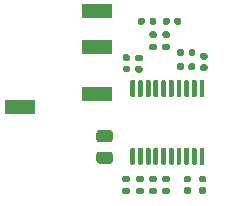
<source format=gbr>
%TF.GenerationSoftware,KiCad,Pcbnew,(5.1.8)-1*%
%TF.CreationDate,2021-11-13T21:13:11+08:00*%
%TF.ProjectId,pcm5102a,70636d35-3130-4326-912e-6b696361645f,rev?*%
%TF.SameCoordinates,Original*%
%TF.FileFunction,Paste,Top*%
%TF.FilePolarity,Positive*%
%FSLAX46Y46*%
G04 Gerber Fmt 4.6, Leading zero omitted, Abs format (unit mm)*
G04 Created by KiCad (PCBNEW (5.1.8)-1) date 2021-11-13 21:13:11*
%MOMM*%
%LPD*%
G01*
G04 APERTURE LIST*
%ADD10R,2.500000X1.200000*%
G04 APERTURE END LIST*
%TO.C,R7*%
G36*
G01*
X124785000Y-97660000D02*
X124415000Y-97660000D01*
G75*
G02*
X124280000Y-97525000I0J135000D01*
G01*
X124280000Y-97255000D01*
G75*
G02*
X124415000Y-97120000I135000J0D01*
G01*
X124785000Y-97120000D01*
G75*
G02*
X124920000Y-97255000I0J-135000D01*
G01*
X124920000Y-97525000D01*
G75*
G02*
X124785000Y-97660000I-135000J0D01*
G01*
G37*
G36*
G01*
X124785000Y-98680000D02*
X124415000Y-98680000D01*
G75*
G02*
X124280000Y-98545000I0J135000D01*
G01*
X124280000Y-98275000D01*
G75*
G02*
X124415000Y-98140000I135000J0D01*
G01*
X124785000Y-98140000D01*
G75*
G02*
X124920000Y-98275000I0J-135000D01*
G01*
X124920000Y-98545000D01*
G75*
G02*
X124785000Y-98680000I-135000J0D01*
G01*
G37*
%TD*%
%TO.C,R6*%
G36*
G01*
X123250002Y-94300000D02*
X122349998Y-94300000D01*
G75*
G02*
X122100000Y-94050002I0J249998D01*
G01*
X122100000Y-93524998D01*
G75*
G02*
X122349998Y-93275000I249998J0D01*
G01*
X123250002Y-93275000D01*
G75*
G02*
X123500000Y-93524998I0J-249998D01*
G01*
X123500000Y-94050002D01*
G75*
G02*
X123250002Y-94300000I-249998J0D01*
G01*
G37*
G36*
G01*
X123250002Y-96125000D02*
X122349998Y-96125000D01*
G75*
G02*
X122100000Y-95875002I0J249998D01*
G01*
X122100000Y-95349998D01*
G75*
G02*
X122349998Y-95100000I249998J0D01*
G01*
X123250002Y-95100000D01*
G75*
G02*
X123500000Y-95349998I0J-249998D01*
G01*
X123500000Y-95875002D01*
G75*
G02*
X123250002Y-96125000I-249998J0D01*
G01*
G37*
%TD*%
D10*
%TO.C,J1*%
X122150000Y-83225000D03*
X122150000Y-86225000D03*
X122150000Y-90225000D03*
X115650000Y-91325000D03*
%TD*%
%TO.C,U1*%
G36*
G01*
X130935000Y-94745000D02*
X131135000Y-94745000D01*
G75*
G02*
X131235000Y-94845000I0J-100000D01*
G01*
X131235000Y-96120000D01*
G75*
G02*
X131135000Y-96220000I-100000J0D01*
G01*
X130935000Y-96220000D01*
G75*
G02*
X130835000Y-96120000I0J100000D01*
G01*
X130835000Y-94845000D01*
G75*
G02*
X130935000Y-94745000I100000J0D01*
G01*
G37*
G36*
G01*
X130285000Y-94745000D02*
X130485000Y-94745000D01*
G75*
G02*
X130585000Y-94845000I0J-100000D01*
G01*
X130585000Y-96120000D01*
G75*
G02*
X130485000Y-96220000I-100000J0D01*
G01*
X130285000Y-96220000D01*
G75*
G02*
X130185000Y-96120000I0J100000D01*
G01*
X130185000Y-94845000D01*
G75*
G02*
X130285000Y-94745000I100000J0D01*
G01*
G37*
G36*
G01*
X129635000Y-94745000D02*
X129835000Y-94745000D01*
G75*
G02*
X129935000Y-94845000I0J-100000D01*
G01*
X129935000Y-96120000D01*
G75*
G02*
X129835000Y-96220000I-100000J0D01*
G01*
X129635000Y-96220000D01*
G75*
G02*
X129535000Y-96120000I0J100000D01*
G01*
X129535000Y-94845000D01*
G75*
G02*
X129635000Y-94745000I100000J0D01*
G01*
G37*
G36*
G01*
X128985000Y-94745000D02*
X129185000Y-94745000D01*
G75*
G02*
X129285000Y-94845000I0J-100000D01*
G01*
X129285000Y-96120000D01*
G75*
G02*
X129185000Y-96220000I-100000J0D01*
G01*
X128985000Y-96220000D01*
G75*
G02*
X128885000Y-96120000I0J100000D01*
G01*
X128885000Y-94845000D01*
G75*
G02*
X128985000Y-94745000I100000J0D01*
G01*
G37*
G36*
G01*
X128335000Y-94745000D02*
X128535000Y-94745000D01*
G75*
G02*
X128635000Y-94845000I0J-100000D01*
G01*
X128635000Y-96120000D01*
G75*
G02*
X128535000Y-96220000I-100000J0D01*
G01*
X128335000Y-96220000D01*
G75*
G02*
X128235000Y-96120000I0J100000D01*
G01*
X128235000Y-94845000D01*
G75*
G02*
X128335000Y-94745000I100000J0D01*
G01*
G37*
G36*
G01*
X127685000Y-94745000D02*
X127885000Y-94745000D01*
G75*
G02*
X127985000Y-94845000I0J-100000D01*
G01*
X127985000Y-96120000D01*
G75*
G02*
X127885000Y-96220000I-100000J0D01*
G01*
X127685000Y-96220000D01*
G75*
G02*
X127585000Y-96120000I0J100000D01*
G01*
X127585000Y-94845000D01*
G75*
G02*
X127685000Y-94745000I100000J0D01*
G01*
G37*
G36*
G01*
X127035000Y-94745000D02*
X127235000Y-94745000D01*
G75*
G02*
X127335000Y-94845000I0J-100000D01*
G01*
X127335000Y-96120000D01*
G75*
G02*
X127235000Y-96220000I-100000J0D01*
G01*
X127035000Y-96220000D01*
G75*
G02*
X126935000Y-96120000I0J100000D01*
G01*
X126935000Y-94845000D01*
G75*
G02*
X127035000Y-94745000I100000J0D01*
G01*
G37*
G36*
G01*
X126385000Y-94745000D02*
X126585000Y-94745000D01*
G75*
G02*
X126685000Y-94845000I0J-100000D01*
G01*
X126685000Y-96120000D01*
G75*
G02*
X126585000Y-96220000I-100000J0D01*
G01*
X126385000Y-96220000D01*
G75*
G02*
X126285000Y-96120000I0J100000D01*
G01*
X126285000Y-94845000D01*
G75*
G02*
X126385000Y-94745000I100000J0D01*
G01*
G37*
G36*
G01*
X125735000Y-94745000D02*
X125935000Y-94745000D01*
G75*
G02*
X126035000Y-94845000I0J-100000D01*
G01*
X126035000Y-96120000D01*
G75*
G02*
X125935000Y-96220000I-100000J0D01*
G01*
X125735000Y-96220000D01*
G75*
G02*
X125635000Y-96120000I0J100000D01*
G01*
X125635000Y-94845000D01*
G75*
G02*
X125735000Y-94745000I100000J0D01*
G01*
G37*
G36*
G01*
X125085000Y-94745000D02*
X125285000Y-94745000D01*
G75*
G02*
X125385000Y-94845000I0J-100000D01*
G01*
X125385000Y-96120000D01*
G75*
G02*
X125285000Y-96220000I-100000J0D01*
G01*
X125085000Y-96220000D01*
G75*
G02*
X124985000Y-96120000I0J100000D01*
G01*
X124985000Y-94845000D01*
G75*
G02*
X125085000Y-94745000I100000J0D01*
G01*
G37*
G36*
G01*
X125085000Y-89020000D02*
X125285000Y-89020000D01*
G75*
G02*
X125385000Y-89120000I0J-100000D01*
G01*
X125385000Y-90395000D01*
G75*
G02*
X125285000Y-90495000I-100000J0D01*
G01*
X125085000Y-90495000D01*
G75*
G02*
X124985000Y-90395000I0J100000D01*
G01*
X124985000Y-89120000D01*
G75*
G02*
X125085000Y-89020000I100000J0D01*
G01*
G37*
G36*
G01*
X125735000Y-89020000D02*
X125935000Y-89020000D01*
G75*
G02*
X126035000Y-89120000I0J-100000D01*
G01*
X126035000Y-90395000D01*
G75*
G02*
X125935000Y-90495000I-100000J0D01*
G01*
X125735000Y-90495000D01*
G75*
G02*
X125635000Y-90395000I0J100000D01*
G01*
X125635000Y-89120000D01*
G75*
G02*
X125735000Y-89020000I100000J0D01*
G01*
G37*
G36*
G01*
X126385000Y-89020000D02*
X126585000Y-89020000D01*
G75*
G02*
X126685000Y-89120000I0J-100000D01*
G01*
X126685000Y-90395000D01*
G75*
G02*
X126585000Y-90495000I-100000J0D01*
G01*
X126385000Y-90495000D01*
G75*
G02*
X126285000Y-90395000I0J100000D01*
G01*
X126285000Y-89120000D01*
G75*
G02*
X126385000Y-89020000I100000J0D01*
G01*
G37*
G36*
G01*
X127035000Y-89020000D02*
X127235000Y-89020000D01*
G75*
G02*
X127335000Y-89120000I0J-100000D01*
G01*
X127335000Y-90395000D01*
G75*
G02*
X127235000Y-90495000I-100000J0D01*
G01*
X127035000Y-90495000D01*
G75*
G02*
X126935000Y-90395000I0J100000D01*
G01*
X126935000Y-89120000D01*
G75*
G02*
X127035000Y-89020000I100000J0D01*
G01*
G37*
G36*
G01*
X127685000Y-89020000D02*
X127885000Y-89020000D01*
G75*
G02*
X127985000Y-89120000I0J-100000D01*
G01*
X127985000Y-90395000D01*
G75*
G02*
X127885000Y-90495000I-100000J0D01*
G01*
X127685000Y-90495000D01*
G75*
G02*
X127585000Y-90395000I0J100000D01*
G01*
X127585000Y-89120000D01*
G75*
G02*
X127685000Y-89020000I100000J0D01*
G01*
G37*
G36*
G01*
X128335000Y-89020000D02*
X128535000Y-89020000D01*
G75*
G02*
X128635000Y-89120000I0J-100000D01*
G01*
X128635000Y-90395000D01*
G75*
G02*
X128535000Y-90495000I-100000J0D01*
G01*
X128335000Y-90495000D01*
G75*
G02*
X128235000Y-90395000I0J100000D01*
G01*
X128235000Y-89120000D01*
G75*
G02*
X128335000Y-89020000I100000J0D01*
G01*
G37*
G36*
G01*
X128985000Y-89020000D02*
X129185000Y-89020000D01*
G75*
G02*
X129285000Y-89120000I0J-100000D01*
G01*
X129285000Y-90395000D01*
G75*
G02*
X129185000Y-90495000I-100000J0D01*
G01*
X128985000Y-90495000D01*
G75*
G02*
X128885000Y-90395000I0J100000D01*
G01*
X128885000Y-89120000D01*
G75*
G02*
X128985000Y-89020000I100000J0D01*
G01*
G37*
G36*
G01*
X129635000Y-89020000D02*
X129835000Y-89020000D01*
G75*
G02*
X129935000Y-89120000I0J-100000D01*
G01*
X129935000Y-90395000D01*
G75*
G02*
X129835000Y-90495000I-100000J0D01*
G01*
X129635000Y-90495000D01*
G75*
G02*
X129535000Y-90395000I0J100000D01*
G01*
X129535000Y-89120000D01*
G75*
G02*
X129635000Y-89020000I100000J0D01*
G01*
G37*
G36*
G01*
X130285000Y-89020000D02*
X130485000Y-89020000D01*
G75*
G02*
X130585000Y-89120000I0J-100000D01*
G01*
X130585000Y-90395000D01*
G75*
G02*
X130485000Y-90495000I-100000J0D01*
G01*
X130285000Y-90495000D01*
G75*
G02*
X130185000Y-90395000I0J100000D01*
G01*
X130185000Y-89120000D01*
G75*
G02*
X130285000Y-89020000I100000J0D01*
G01*
G37*
G36*
G01*
X130935000Y-89020000D02*
X131135000Y-89020000D01*
G75*
G02*
X131235000Y-89120000I0J-100000D01*
G01*
X131235000Y-90395000D01*
G75*
G02*
X131135000Y-90495000I-100000J0D01*
G01*
X130935000Y-90495000D01*
G75*
G02*
X130835000Y-90395000I0J100000D01*
G01*
X130835000Y-89120000D01*
G75*
G02*
X130935000Y-89020000I100000J0D01*
G01*
G37*
%TD*%
%TO.C,R5*%
G36*
G01*
X125985000Y-97660000D02*
X125615000Y-97660000D01*
G75*
G02*
X125480000Y-97525000I0J135000D01*
G01*
X125480000Y-97255000D01*
G75*
G02*
X125615000Y-97120000I135000J0D01*
G01*
X125985000Y-97120000D01*
G75*
G02*
X126120000Y-97255000I0J-135000D01*
G01*
X126120000Y-97525000D01*
G75*
G02*
X125985000Y-97660000I-135000J0D01*
G01*
G37*
G36*
G01*
X125985000Y-98680000D02*
X125615000Y-98680000D01*
G75*
G02*
X125480000Y-98545000I0J135000D01*
G01*
X125480000Y-98275000D01*
G75*
G02*
X125615000Y-98140000I135000J0D01*
G01*
X125985000Y-98140000D01*
G75*
G02*
X126120000Y-98275000I0J-135000D01*
G01*
X126120000Y-98545000D01*
G75*
G02*
X125985000Y-98680000I-135000J0D01*
G01*
G37*
%TD*%
%TO.C,R4*%
G36*
G01*
X127085000Y-97660000D02*
X126715000Y-97660000D01*
G75*
G02*
X126580000Y-97525000I0J135000D01*
G01*
X126580000Y-97255000D01*
G75*
G02*
X126715000Y-97120000I135000J0D01*
G01*
X127085000Y-97120000D01*
G75*
G02*
X127220000Y-97255000I0J-135000D01*
G01*
X127220000Y-97525000D01*
G75*
G02*
X127085000Y-97660000I-135000J0D01*
G01*
G37*
G36*
G01*
X127085000Y-98680000D02*
X126715000Y-98680000D01*
G75*
G02*
X126580000Y-98545000I0J135000D01*
G01*
X126580000Y-98275000D01*
G75*
G02*
X126715000Y-98140000I135000J0D01*
G01*
X127085000Y-98140000D01*
G75*
G02*
X127220000Y-98275000I0J-135000D01*
G01*
X127220000Y-98545000D01*
G75*
G02*
X127085000Y-98680000I-135000J0D01*
G01*
G37*
%TD*%
%TO.C,R3*%
G36*
G01*
X127085000Y-85460000D02*
X126715000Y-85460000D01*
G75*
G02*
X126580000Y-85325000I0J135000D01*
G01*
X126580000Y-85055000D01*
G75*
G02*
X126715000Y-84920000I135000J0D01*
G01*
X127085000Y-84920000D01*
G75*
G02*
X127220000Y-85055000I0J-135000D01*
G01*
X127220000Y-85325000D01*
G75*
G02*
X127085000Y-85460000I-135000J0D01*
G01*
G37*
G36*
G01*
X127085000Y-86480000D02*
X126715000Y-86480000D01*
G75*
G02*
X126580000Y-86345000I0J135000D01*
G01*
X126580000Y-86075000D01*
G75*
G02*
X126715000Y-85940000I135000J0D01*
G01*
X127085000Y-85940000D01*
G75*
G02*
X127220000Y-86075000I0J-135000D01*
G01*
X127220000Y-86345000D01*
G75*
G02*
X127085000Y-86480000I-135000J0D01*
G01*
G37*
%TD*%
%TO.C,R2*%
G36*
G01*
X128185000Y-97660000D02*
X127815000Y-97660000D01*
G75*
G02*
X127680000Y-97525000I0J135000D01*
G01*
X127680000Y-97255000D01*
G75*
G02*
X127815000Y-97120000I135000J0D01*
G01*
X128185000Y-97120000D01*
G75*
G02*
X128320000Y-97255000I0J-135000D01*
G01*
X128320000Y-97525000D01*
G75*
G02*
X128185000Y-97660000I-135000J0D01*
G01*
G37*
G36*
G01*
X128185000Y-98680000D02*
X127815000Y-98680000D01*
G75*
G02*
X127680000Y-98545000I0J135000D01*
G01*
X127680000Y-98275000D01*
G75*
G02*
X127815000Y-98140000I135000J0D01*
G01*
X128185000Y-98140000D01*
G75*
G02*
X128320000Y-98275000I0J-135000D01*
G01*
X128320000Y-98545000D01*
G75*
G02*
X128185000Y-98680000I-135000J0D01*
G01*
G37*
%TD*%
%TO.C,R1*%
G36*
G01*
X128185000Y-85460000D02*
X127815000Y-85460000D01*
G75*
G02*
X127680000Y-85325000I0J135000D01*
G01*
X127680000Y-85055000D01*
G75*
G02*
X127815000Y-84920000I135000J0D01*
G01*
X128185000Y-84920000D01*
G75*
G02*
X128320000Y-85055000I0J-135000D01*
G01*
X128320000Y-85325000D01*
G75*
G02*
X128185000Y-85460000I-135000J0D01*
G01*
G37*
G36*
G01*
X128185000Y-86480000D02*
X127815000Y-86480000D01*
G75*
G02*
X127680000Y-86345000I0J135000D01*
G01*
X127680000Y-86075000D01*
G75*
G02*
X127815000Y-85940000I135000J0D01*
G01*
X128185000Y-85940000D01*
G75*
G02*
X128320000Y-86075000I0J-135000D01*
G01*
X128320000Y-86345000D01*
G75*
G02*
X128185000Y-86480000I-135000J0D01*
G01*
G37*
%TD*%
%TO.C,C9*%
G36*
G01*
X124820000Y-87430000D02*
X124480000Y-87430000D01*
G75*
G02*
X124340000Y-87290000I0J140000D01*
G01*
X124340000Y-87010000D01*
G75*
G02*
X124480000Y-86870000I140000J0D01*
G01*
X124820000Y-86870000D01*
G75*
G02*
X124960000Y-87010000I0J-140000D01*
G01*
X124960000Y-87290000D01*
G75*
G02*
X124820000Y-87430000I-140000J0D01*
G01*
G37*
G36*
G01*
X124820000Y-88390000D02*
X124480000Y-88390000D01*
G75*
G02*
X124340000Y-88250000I0J140000D01*
G01*
X124340000Y-87970000D01*
G75*
G02*
X124480000Y-87830000I140000J0D01*
G01*
X124820000Y-87830000D01*
G75*
G02*
X124960000Y-87970000I0J-140000D01*
G01*
X124960000Y-88250000D01*
G75*
G02*
X124820000Y-88390000I-140000J0D01*
G01*
G37*
%TD*%
%TO.C,C8*%
G36*
G01*
X125870000Y-87450000D02*
X125530000Y-87450000D01*
G75*
G02*
X125390000Y-87310000I0J140000D01*
G01*
X125390000Y-87030000D01*
G75*
G02*
X125530000Y-86890000I140000J0D01*
G01*
X125870000Y-86890000D01*
G75*
G02*
X126010000Y-87030000I0J-140000D01*
G01*
X126010000Y-87310000D01*
G75*
G02*
X125870000Y-87450000I-140000J0D01*
G01*
G37*
G36*
G01*
X125870000Y-88410000D02*
X125530000Y-88410000D01*
G75*
G02*
X125390000Y-88270000I0J140000D01*
G01*
X125390000Y-87990000D01*
G75*
G02*
X125530000Y-87850000I140000J0D01*
G01*
X125870000Y-87850000D01*
G75*
G02*
X126010000Y-87990000I0J-140000D01*
G01*
X126010000Y-88270000D01*
G75*
G02*
X125870000Y-88410000I-140000J0D01*
G01*
G37*
%TD*%
%TO.C,C7*%
G36*
G01*
X126200000Y-83880000D02*
X126200000Y-84220000D01*
G75*
G02*
X126060000Y-84360000I-140000J0D01*
G01*
X125780000Y-84360000D01*
G75*
G02*
X125640000Y-84220000I0J140000D01*
G01*
X125640000Y-83880000D01*
G75*
G02*
X125780000Y-83740000I140000J0D01*
G01*
X126060000Y-83740000D01*
G75*
G02*
X126200000Y-83880000I0J-140000D01*
G01*
G37*
G36*
G01*
X127160000Y-83880000D02*
X127160000Y-84220000D01*
G75*
G02*
X127020000Y-84360000I-140000J0D01*
G01*
X126740000Y-84360000D01*
G75*
G02*
X126600000Y-84220000I0J140000D01*
G01*
X126600000Y-83880000D01*
G75*
G02*
X126740000Y-83740000I140000J0D01*
G01*
X127020000Y-83740000D01*
G75*
G02*
X127160000Y-83880000I0J-140000D01*
G01*
G37*
%TD*%
%TO.C,C6*%
G36*
G01*
X129920000Y-86870000D02*
X129920000Y-86530000D01*
G75*
G02*
X130060000Y-86390000I140000J0D01*
G01*
X130340000Y-86390000D01*
G75*
G02*
X130480000Y-86530000I0J-140000D01*
G01*
X130480000Y-86870000D01*
G75*
G02*
X130340000Y-87010000I-140000J0D01*
G01*
X130060000Y-87010000D01*
G75*
G02*
X129920000Y-86870000I0J140000D01*
G01*
G37*
G36*
G01*
X128960000Y-86870000D02*
X128960000Y-86530000D01*
G75*
G02*
X129100000Y-86390000I140000J0D01*
G01*
X129380000Y-86390000D01*
G75*
G02*
X129520000Y-86530000I0J-140000D01*
G01*
X129520000Y-86870000D01*
G75*
G02*
X129380000Y-87010000I-140000J0D01*
G01*
X129100000Y-87010000D01*
G75*
G02*
X128960000Y-86870000I0J140000D01*
G01*
G37*
%TD*%
%TO.C,C5*%
G36*
G01*
X128300000Y-83880000D02*
X128300000Y-84220000D01*
G75*
G02*
X128160000Y-84360000I-140000J0D01*
G01*
X127880000Y-84360000D01*
G75*
G02*
X127740000Y-84220000I0J140000D01*
G01*
X127740000Y-83880000D01*
G75*
G02*
X127880000Y-83740000I140000J0D01*
G01*
X128160000Y-83740000D01*
G75*
G02*
X128300000Y-83880000I0J-140000D01*
G01*
G37*
G36*
G01*
X129260000Y-83880000D02*
X129260000Y-84220000D01*
G75*
G02*
X129120000Y-84360000I-140000J0D01*
G01*
X128840000Y-84360000D01*
G75*
G02*
X128700000Y-84220000I0J140000D01*
G01*
X128700000Y-83880000D01*
G75*
G02*
X128840000Y-83740000I140000J0D01*
G01*
X129120000Y-83740000D01*
G75*
G02*
X129260000Y-83880000I0J-140000D01*
G01*
G37*
%TD*%
%TO.C,C4*%
G36*
G01*
X129900000Y-88070000D02*
X129900000Y-87730000D01*
G75*
G02*
X130040000Y-87590000I140000J0D01*
G01*
X130320000Y-87590000D01*
G75*
G02*
X130460000Y-87730000I0J-140000D01*
G01*
X130460000Y-88070000D01*
G75*
G02*
X130320000Y-88210000I-140000J0D01*
G01*
X130040000Y-88210000D01*
G75*
G02*
X129900000Y-88070000I0J140000D01*
G01*
G37*
G36*
G01*
X128940000Y-88070000D02*
X128940000Y-87730000D01*
G75*
G02*
X129080000Y-87590000I140000J0D01*
G01*
X129360000Y-87590000D01*
G75*
G02*
X129500000Y-87730000I0J-140000D01*
G01*
X129500000Y-88070000D01*
G75*
G02*
X129360000Y-88210000I-140000J0D01*
G01*
X129080000Y-88210000D01*
G75*
G02*
X128940000Y-88070000I0J140000D01*
G01*
G37*
%TD*%
%TO.C,C3*%
G36*
G01*
X129970000Y-97700000D02*
X129630000Y-97700000D01*
G75*
G02*
X129490000Y-97560000I0J140000D01*
G01*
X129490000Y-97280000D01*
G75*
G02*
X129630000Y-97140000I140000J0D01*
G01*
X129970000Y-97140000D01*
G75*
G02*
X130110000Y-97280000I0J-140000D01*
G01*
X130110000Y-97560000D01*
G75*
G02*
X129970000Y-97700000I-140000J0D01*
G01*
G37*
G36*
G01*
X129970000Y-98660000D02*
X129630000Y-98660000D01*
G75*
G02*
X129490000Y-98520000I0J140000D01*
G01*
X129490000Y-98240000D01*
G75*
G02*
X129630000Y-98100000I140000J0D01*
G01*
X129970000Y-98100000D01*
G75*
G02*
X130110000Y-98240000I0J-140000D01*
G01*
X130110000Y-98520000D01*
G75*
G02*
X129970000Y-98660000I-140000J0D01*
G01*
G37*
%TD*%
%TO.C,C2*%
G36*
G01*
X131270000Y-97700000D02*
X130930000Y-97700000D01*
G75*
G02*
X130790000Y-97560000I0J140000D01*
G01*
X130790000Y-97280000D01*
G75*
G02*
X130930000Y-97140000I140000J0D01*
G01*
X131270000Y-97140000D01*
G75*
G02*
X131410000Y-97280000I0J-140000D01*
G01*
X131410000Y-97560000D01*
G75*
G02*
X131270000Y-97700000I-140000J0D01*
G01*
G37*
G36*
G01*
X131270000Y-98660000D02*
X130930000Y-98660000D01*
G75*
G02*
X130790000Y-98520000I0J140000D01*
G01*
X130790000Y-98240000D01*
G75*
G02*
X130930000Y-98100000I140000J0D01*
G01*
X131270000Y-98100000D01*
G75*
G02*
X131410000Y-98240000I0J-140000D01*
G01*
X131410000Y-98520000D01*
G75*
G02*
X131270000Y-98660000I-140000J0D01*
G01*
G37*
%TD*%
%TO.C,C1*%
G36*
G01*
X131370000Y-87300000D02*
X131030000Y-87300000D01*
G75*
G02*
X130890000Y-87160000I0J140000D01*
G01*
X130890000Y-86880000D01*
G75*
G02*
X131030000Y-86740000I140000J0D01*
G01*
X131370000Y-86740000D01*
G75*
G02*
X131510000Y-86880000I0J-140000D01*
G01*
X131510000Y-87160000D01*
G75*
G02*
X131370000Y-87300000I-140000J0D01*
G01*
G37*
G36*
G01*
X131370000Y-88260000D02*
X131030000Y-88260000D01*
G75*
G02*
X130890000Y-88120000I0J140000D01*
G01*
X130890000Y-87840000D01*
G75*
G02*
X131030000Y-87700000I140000J0D01*
G01*
X131370000Y-87700000D01*
G75*
G02*
X131510000Y-87840000I0J-140000D01*
G01*
X131510000Y-88120000D01*
G75*
G02*
X131370000Y-88260000I-140000J0D01*
G01*
G37*
%TD*%
M02*

</source>
